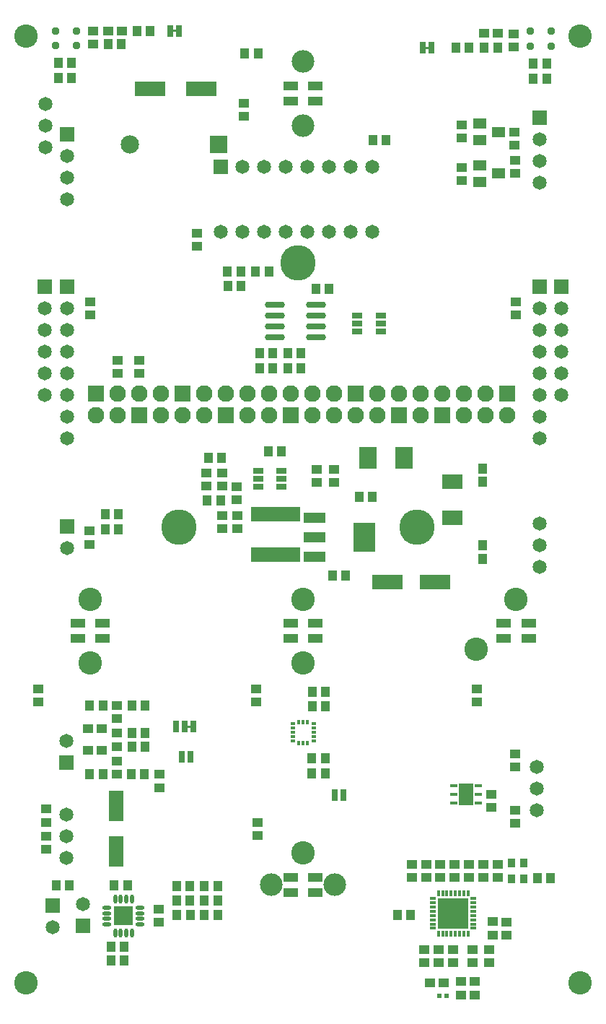
<source format=gts>
G04*
G04 #@! TF.GenerationSoftware,Altium Limited,Altium Designer,19.1.7 (138)*
G04*
G04 Layer_Color=8388736*
%FSLAX44Y44*%
%MOMM*%
G71*
G01*
G75*
%ADD31R,0.8500X0.4500*%
%ADD50R,0.4024X0.5024*%
%ADD51R,0.5024X0.4024*%
%ADD52R,1.1024X1.1524*%
%ADD53R,2.5524X1.1524*%
%ADD54R,2.5524X3.4524*%
%ADD55R,1.1524X1.1024*%
%ADD56O,1.0524X0.4524*%
%ADD57O,0.4524X1.0524*%
%ADD58R,2.2824X2.2824*%
%ADD59R,0.7874X1.4224*%
%ADD60C,0.9524*%
%ADD61R,1.1524X1.1024*%
%ADD62R,1.7524X2.6524*%
%ADD63R,1.7524X3.6524*%
%ADD64R,0.9524X1.0524*%
%ADD65R,3.6024X3.6024*%
%ADD66O,0.4024X0.7024*%
%ADD67O,0.7024X0.4024*%
%ADD68R,0.4774X0.5524*%
%ADD69R,3.6524X1.7524*%
%ADD70R,3.6524X1.7524*%
%ADD71R,2.3324X1.7724*%
%ADD72R,2.1524X2.6524*%
%ADD73R,1.1024X1.1524*%
%ADD74R,5.8524X1.7524*%
%ADD75R,1.7524X1.0024*%
%ADD76O,2.3524X0.7524*%
%ADD77R,1.2524X0.7524*%
%ADD78R,1.5524X1.1524*%
%ADD79R,1.1524X0.7524*%
%ADD80R,1.6524X1.6524*%
%ADD81C,1.6524*%
%ADD82C,2.1524*%
%ADD83R,2.1524X2.1524*%
%ADD84C,2.7524*%
%ADD85C,4.1524*%
%ADD86C,2.6524*%
%ADD87R,1.9524X1.9524*%
%ADD88C,1.9524*%
%ADD89C,0.6524*%
G36*
X207075Y1145700D02*
X203265D01*
Y1148240D01*
X207075D01*
Y1145700D01*
D02*
G37*
G36*
X503325Y1125980D02*
X499515D01*
Y1128520D01*
X503325D01*
Y1125980D01*
D02*
G37*
G36*
X223735Y330230D02*
X219925D01*
Y332770D01*
X223735D01*
Y330230D01*
D02*
G37*
D31*
X533013Y262000D02*
D03*
Y252000D02*
D03*
Y242000D02*
D03*
X562013Y262000D02*
D03*
Y252000D02*
D03*
Y242000D02*
D03*
D50*
X351000Y337000D02*
D03*
X356000D02*
D03*
X361000D02*
D03*
Y312500D02*
D03*
X356000D02*
D03*
X351000D02*
D03*
D51*
X368250Y334750D02*
D03*
Y329750D02*
D03*
Y324750D02*
D03*
Y319750D02*
D03*
Y314750D02*
D03*
X343750D02*
D03*
Y319750D02*
D03*
Y324750D02*
D03*
Y329750D02*
D03*
Y334750D02*
D03*
D52*
X160750Y1146750D02*
D03*
X176250D02*
D03*
X149750Y145000D02*
D03*
X134250D02*
D03*
X82000D02*
D03*
X66500D02*
D03*
X130500Y57000D02*
D03*
X146000D02*
D03*
Y73500D02*
D03*
X130500D02*
D03*
X223515Y110189D02*
D03*
X208015D02*
D03*
X223265Y144621D02*
D03*
X207765D02*
D03*
X223265Y127371D02*
D03*
X207765D02*
D03*
X255765Y144621D02*
D03*
X240265D02*
D03*
X255765Y127371D02*
D03*
X240265D02*
D03*
X255765Y110189D02*
D03*
X240265D02*
D03*
X584250Y1127550D02*
D03*
X568750D02*
D03*
X641750Y1090800D02*
D03*
X626250D02*
D03*
X626353Y1108495D02*
D03*
X641853D02*
D03*
X550750Y1127550D02*
D03*
X535250D02*
D03*
X366979Y355389D02*
D03*
X382479D02*
D03*
X366979Y371889D02*
D03*
X382479D02*
D03*
X366229Y294389D02*
D03*
X381729D02*
D03*
X170500Y356000D02*
D03*
X155000D02*
D03*
X170000Y275500D02*
D03*
X154500D02*
D03*
X366229Y276750D02*
D03*
X381729D02*
D03*
X155000Y324250D02*
D03*
X170500D02*
D03*
X155000Y308000D02*
D03*
X170500D02*
D03*
X105500Y356250D02*
D03*
X121000D02*
D03*
Y275500D02*
D03*
X105500D02*
D03*
X646611Y153602D02*
D03*
X631111D02*
D03*
X466750Y110250D02*
D03*
X482250D02*
D03*
X127000Y1131250D02*
D03*
X142500D02*
D03*
X68750Y1110000D02*
D03*
X84250D02*
D03*
Y1092250D02*
D03*
X68750D02*
D03*
X386500Y844250D02*
D03*
X371000D02*
D03*
X438000Y1018750D02*
D03*
X453500D02*
D03*
X437500Y600750D02*
D03*
X422000D02*
D03*
X390750Y508250D02*
D03*
X406250D02*
D03*
X304750Y769250D02*
D03*
X320250D02*
D03*
X353500Y769250D02*
D03*
X338000D02*
D03*
X267460Y848020D02*
D03*
X282960D02*
D03*
X287500Y1120750D02*
D03*
X303000D02*
D03*
X124000Y562750D02*
D03*
X139500D02*
D03*
Y580500D02*
D03*
X124000D02*
D03*
X320250Y751500D02*
D03*
X304750D02*
D03*
X338000Y751500D02*
D03*
X353500D02*
D03*
X315710Y865270D02*
D03*
X300210D02*
D03*
X282710D02*
D03*
X267210D02*
D03*
X330500Y654000D02*
D03*
X315000D02*
D03*
X243500Y596250D02*
D03*
X259000D02*
D03*
X244750Y646750D02*
D03*
X260250D02*
D03*
D53*
X369750Y576250D02*
D03*
Y553250D02*
D03*
Y530250D02*
D03*
D54*
X427750Y553250D02*
D03*
D55*
X186500Y117250D02*
D03*
Y101750D02*
D03*
X602750Y1128050D02*
D03*
Y1143550D02*
D03*
X516861Y170102D02*
D03*
Y154602D02*
D03*
X533611Y170102D02*
D03*
Y154602D02*
D03*
X550361Y170102D02*
D03*
Y154602D02*
D03*
X557600Y32347D02*
D03*
Y16847D02*
D03*
X54500Y234750D02*
D03*
Y219250D02*
D03*
X187000Y275500D02*
D03*
Y260000D02*
D03*
X137900Y761000D02*
D03*
Y745500D02*
D03*
X594751Y86999D02*
D03*
Y102499D02*
D03*
X578267Y87096D02*
D03*
Y102596D02*
D03*
X54500Y202750D02*
D03*
Y187250D02*
D03*
X541020Y16847D02*
D03*
Y32347D02*
D03*
X554811Y70352D02*
D03*
Y54852D02*
D03*
X574111D02*
D03*
Y70352D02*
D03*
X137750Y340750D02*
D03*
Y356250D02*
D03*
Y275500D02*
D03*
Y291000D02*
D03*
X483861Y170102D02*
D03*
Y154602D02*
D03*
X500361Y170102D02*
D03*
Y154602D02*
D03*
X163300Y760861D02*
D03*
Y745361D02*
D03*
X577263Y236500D02*
D03*
Y252000D02*
D03*
X137750Y308250D02*
D03*
Y323750D02*
D03*
X567361Y170102D02*
D03*
Y154602D02*
D03*
X584111Y170102D02*
D03*
Y154602D02*
D03*
X498551Y70352D02*
D03*
Y54852D02*
D03*
X515301D02*
D03*
Y70352D02*
D03*
X531971D02*
D03*
Y54852D02*
D03*
X109250Y1131500D02*
D03*
Y1147000D02*
D03*
X286500Y1062500D02*
D03*
Y1047000D02*
D03*
X45500Y376000D02*
D03*
Y360500D02*
D03*
X301250Y376000D02*
D03*
Y360500D02*
D03*
X560000Y376000D02*
D03*
Y360500D02*
D03*
X105250Y560750D02*
D03*
Y545250D02*
D03*
X231250Y910250D02*
D03*
Y894750D02*
D03*
X302750Y203750D02*
D03*
Y219250D02*
D03*
X278250Y612500D02*
D03*
Y597000D02*
D03*
X372100Y633250D02*
D03*
Y617750D02*
D03*
X392000Y633250D02*
D03*
Y617750D02*
D03*
X260750Y579000D02*
D03*
Y563500D02*
D03*
X278430Y579010D02*
D03*
Y563510D02*
D03*
X242750Y628750D02*
D03*
Y613250D02*
D03*
X542500Y1021500D02*
D03*
Y1037000D02*
D03*
X605500Y813750D02*
D03*
Y829250D02*
D03*
X106250Y813750D02*
D03*
Y829250D02*
D03*
X604000Y1028750D02*
D03*
Y1013250D02*
D03*
X542500Y971500D02*
D03*
Y987000D02*
D03*
X604500Y979750D02*
D03*
Y995250D02*
D03*
X604500Y217750D02*
D03*
Y233250D02*
D03*
X604500Y299750D02*
D03*
Y284250D02*
D03*
X260750Y628750D02*
D03*
Y613250D02*
D03*
D56*
X164750Y99591D02*
D03*
Y106091D02*
D03*
Y112591D02*
D03*
Y119091D02*
D03*
X125750D02*
D03*
Y112591D02*
D03*
Y106091D02*
D03*
Y99591D02*
D03*
D57*
X155000Y128841D02*
D03*
X148500D02*
D03*
X142000D02*
D03*
X135500D02*
D03*
Y89841D02*
D03*
X142000D02*
D03*
X148500D02*
D03*
X155000D02*
D03*
D58*
X145250Y109341D02*
D03*
D59*
X226910Y331500D02*
D03*
X216750D02*
D03*
X206590D02*
D03*
X506500Y1127250D02*
D03*
X496340D02*
D03*
X210250Y1146970D02*
D03*
X200090D02*
D03*
X224160Y295591D02*
D03*
X214000D02*
D03*
X402910Y251500D02*
D03*
X392750D02*
D03*
D60*
X622200Y1146500D02*
D03*
X646800D02*
D03*
Y1129500D02*
D03*
X622200D02*
D03*
X89800Y1146750D02*
D03*
X65200D02*
D03*
Y1129750D02*
D03*
X89800D02*
D03*
D61*
X568500Y1144050D02*
D03*
X584500D02*
D03*
X103750Y329000D02*
D03*
X119750D02*
D03*
X103750Y303600D02*
D03*
X119750D02*
D03*
X143000Y1147000D02*
D03*
X127000D02*
D03*
X505111Y31079D02*
D03*
X521111D02*
D03*
D62*
X547513Y252000D02*
D03*
D63*
X137000Y184750D02*
D03*
Y238750D02*
D03*
D64*
X600361Y152852D02*
D03*
X614861D02*
D03*
X600361Y171352D02*
D03*
X614861D02*
D03*
D65*
X532250Y112500D02*
D03*
D66*
X549750Y88750D02*
D03*
X544750D02*
D03*
X539750D02*
D03*
X534750D02*
D03*
X529750D02*
D03*
X524750D02*
D03*
X519750D02*
D03*
X514750D02*
D03*
Y136250D02*
D03*
X519750D02*
D03*
X524750D02*
D03*
X529750D02*
D03*
X534750D02*
D03*
X539750D02*
D03*
X544750D02*
D03*
X549750D02*
D03*
D67*
X508500Y95000D02*
D03*
Y100000D02*
D03*
Y105000D02*
D03*
Y110000D02*
D03*
Y115000D02*
D03*
Y120000D02*
D03*
Y125000D02*
D03*
Y130000D02*
D03*
X556000D02*
D03*
Y125000D02*
D03*
Y120000D02*
D03*
Y115000D02*
D03*
Y110000D02*
D03*
Y105000D02*
D03*
Y100000D02*
D03*
Y95000D02*
D03*
D68*
X515736Y15829D02*
D03*
X524486D02*
D03*
D69*
X510750Y500500D02*
D03*
X454750D02*
D03*
D70*
X236250Y1079000D02*
D03*
X176250D02*
D03*
D71*
X531500Y576000D02*
D03*
Y618200D02*
D03*
D72*
X432200Y646450D02*
D03*
X474200D02*
D03*
D73*
X567000Y618200D02*
D03*
Y634200D02*
D03*
Y527892D02*
D03*
Y543892D02*
D03*
D74*
X323750Y533250D02*
D03*
Y580250D02*
D03*
D75*
X341500Y1082250D02*
D03*
Y1064750D02*
D03*
X370500Y1082250D02*
D03*
Y1064750D02*
D03*
X91600Y452250D02*
D03*
Y434750D02*
D03*
X120600Y452250D02*
D03*
Y434750D02*
D03*
X341500Y452250D02*
D03*
Y434750D02*
D03*
X370500Y452250D02*
D03*
Y434750D02*
D03*
X591500Y452250D02*
D03*
Y434750D02*
D03*
X620500Y452250D02*
D03*
Y434750D02*
D03*
X341500Y154750D02*
D03*
Y137250D02*
D03*
X370500Y154750D02*
D03*
Y137250D02*
D03*
D76*
X371260Y787640D02*
D03*
Y800340D02*
D03*
Y813040D02*
D03*
Y825740D02*
D03*
X323260Y787640D02*
D03*
Y800340D02*
D03*
Y813040D02*
D03*
Y825740D02*
D03*
D77*
X447250Y813500D02*
D03*
Y804000D02*
D03*
Y794500D02*
D03*
X419250D02*
D03*
Y804000D02*
D03*
Y813500D02*
D03*
D78*
X563000Y1038250D02*
D03*
Y1019250D02*
D03*
X585000Y1028750D02*
D03*
X563000Y989250D02*
D03*
Y970250D02*
D03*
X585000Y979750D02*
D03*
D79*
X303200Y612650D02*
D03*
Y622150D02*
D03*
Y631650D02*
D03*
X330700D02*
D03*
Y622150D02*
D03*
Y612650D02*
D03*
D80*
X79240Y1026200D02*
D03*
X78500Y289350D02*
D03*
X62000Y122000D02*
D03*
X259300Y987800D02*
D03*
X53000Y847090D02*
D03*
X659250D02*
D03*
X633730D02*
D03*
X78740D02*
D03*
X79240Y565750D02*
D03*
X633320Y1045450D02*
D03*
X97500Y97870D02*
D03*
D81*
X79240Y1000800D02*
D03*
Y975400D02*
D03*
Y950000D02*
D03*
X78500Y314750D02*
D03*
X53500Y1010350D02*
D03*
Y1061150D02*
D03*
Y1035750D02*
D03*
X633320Y569292D02*
D03*
Y543892D02*
D03*
Y518492D02*
D03*
X62000Y96600D02*
D03*
X78500Y228500D02*
D03*
Y203100D02*
D03*
Y177700D02*
D03*
X437100Y911600D02*
D03*
X411700D02*
D03*
X386300D02*
D03*
X360900D02*
D03*
X335500D02*
D03*
X310100D02*
D03*
X284700D02*
D03*
X259300D02*
D03*
X437100Y987800D02*
D03*
X411700D02*
D03*
X386300D02*
D03*
X360900D02*
D03*
X335500D02*
D03*
X310100D02*
D03*
X284700D02*
D03*
X53000Y720090D02*
D03*
Y745490D02*
D03*
Y770890D02*
D03*
Y796290D02*
D03*
Y821690D02*
D03*
X659250Y720090D02*
D03*
Y745490D02*
D03*
Y770890D02*
D03*
Y796290D02*
D03*
Y821690D02*
D03*
X633730Y669290D02*
D03*
Y694690D02*
D03*
Y720090D02*
D03*
Y745490D02*
D03*
Y770890D02*
D03*
Y796290D02*
D03*
Y821690D02*
D03*
X78740D02*
D03*
Y796290D02*
D03*
Y770890D02*
D03*
Y745490D02*
D03*
Y720090D02*
D03*
Y694690D02*
D03*
Y669290D02*
D03*
X79240Y540350D02*
D03*
X633320Y969250D02*
D03*
Y994650D02*
D03*
Y1020050D02*
D03*
X630200Y233400D02*
D03*
Y258800D02*
D03*
Y284200D02*
D03*
X97500Y123270D02*
D03*
D82*
X152450Y1014250D02*
D03*
D83*
X257050D02*
D03*
D84*
X356004Y183603D02*
D03*
X681003Y31004D02*
D03*
X356004Y481004D02*
D03*
X31004Y31004D02*
D03*
X681003Y1141004D02*
D03*
X559004Y422504D02*
D03*
X106004Y481004D02*
D03*
X606004D02*
D03*
X106004Y406004D02*
D03*
X356004D02*
D03*
X31004Y1141004D02*
D03*
D85*
X490000Y565000D02*
D03*
X210000D02*
D03*
X350000Y875000D02*
D03*
D86*
X356004Y1111004D02*
D03*
Y1036004D02*
D03*
X318504Y146004D02*
D03*
X393503D02*
D03*
D87*
X112500Y721750D02*
D03*
X163300Y696350D02*
D03*
X214100Y721750D02*
D03*
X264900Y696350D02*
D03*
X341100D02*
D03*
X417300Y721750D02*
D03*
X468100Y696350D02*
D03*
X518900D02*
D03*
X595100Y721750D02*
D03*
D88*
X112500Y696350D02*
D03*
X137900Y721750D02*
D03*
Y696350D02*
D03*
X163300Y721750D02*
D03*
X188700D02*
D03*
Y696350D02*
D03*
X214100D02*
D03*
X239500Y721750D02*
D03*
Y696350D02*
D03*
X264900Y721750D02*
D03*
X290300D02*
D03*
Y696350D02*
D03*
X315700Y721750D02*
D03*
Y696350D02*
D03*
X341100Y721750D02*
D03*
X366500D02*
D03*
Y696350D02*
D03*
X391900Y721750D02*
D03*
Y696350D02*
D03*
X417300D02*
D03*
X442700Y721750D02*
D03*
Y696350D02*
D03*
X468100Y721750D02*
D03*
X493500D02*
D03*
Y696350D02*
D03*
X518900Y721750D02*
D03*
X544300D02*
D03*
Y696350D02*
D03*
X569700Y721750D02*
D03*
Y696350D02*
D03*
X595100D02*
D03*
D89*
X150750Y103841D02*
D03*
X139750D02*
D03*
X150750Y114841D02*
D03*
X139750D02*
D03*
X521250Y112500D02*
D03*
X532250D02*
D03*
X543250D02*
D03*
X521250Y101500D02*
D03*
X532250D02*
D03*
X543250D02*
D03*
Y123500D02*
D03*
X532250D02*
D03*
X521250D02*
D03*
M02*

</source>
